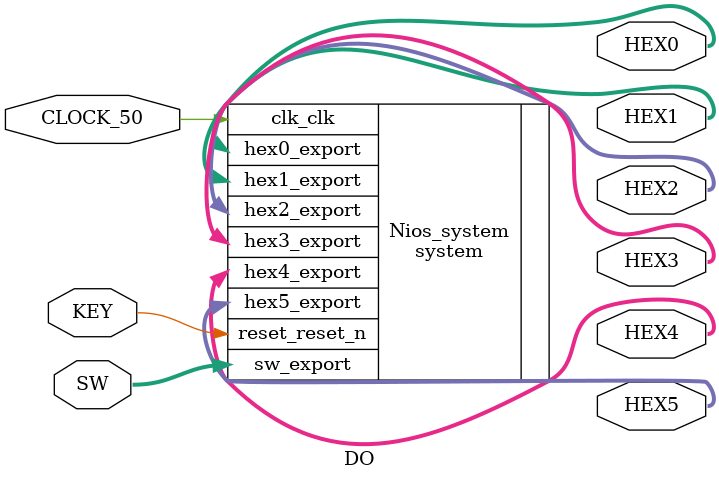
<source format=v>
module DO(
        input         CLOCK_50,
        input  [0:0]  KEY,      // Reset
        input  [17:0] SW,       // Switch
        output [7:0]  HEX0, HEX1, HEX2, HEX3, HEX4, HEX5 // LED 7 đoạn (8 bit nếu dùng DP)
    );

        system Nios_system(
            .clk_clk            (CLOCK_50),
            .reset_reset_n      (KEY[0]),
            
            // Kết nối SW
            .sw_export          (SW),

            // Kết nối HEX (Giây/Phút/Giờ)
            .hex0_export        (HEX0),
            .hex1_export        (HEX1),
            .hex2_export        (HEX2),
            .hex3_export        (HEX3),
            .hex4_export        (HEX4),
            .hex5_export        (HEX5)
        );

    endmodule
</source>
